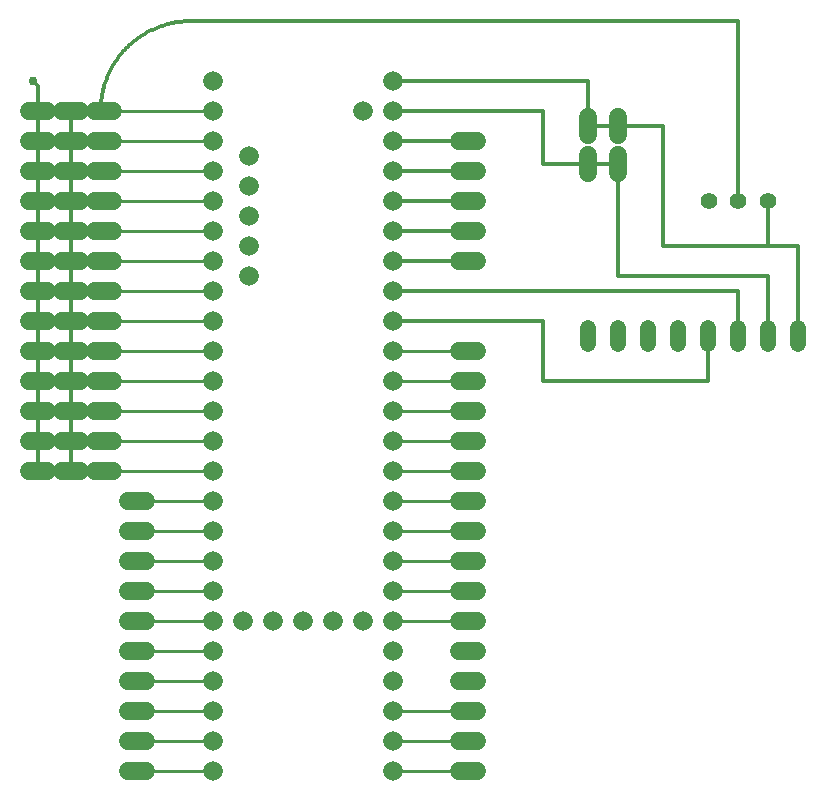
<source format=gbr>
G04 EAGLE Gerber RS-274X export*
G75*
%MOMM*%
%FSLAX34Y34*%
%LPD*%
%INTop Copper*%
%IPPOS*%
%AMOC8*
5,1,8,0,0,1.08239X$1,22.5*%
G01*
%ADD10C,1.665000*%
%ADD11C,1.524000*%
%ADD12C,1.408000*%
%ADD13C,1.320800*%
%ADD14C,0.254000*%
%ADD15C,0.304800*%
%ADD16C,0.756400*%


D10*
X190500Y584200D03*
X190500Y558800D03*
X190500Y533400D03*
X190500Y508000D03*
X190500Y482600D03*
X190500Y457200D03*
X190500Y431800D03*
X190500Y406400D03*
X190500Y381000D03*
X190500Y355600D03*
X190500Y330200D03*
X190500Y304800D03*
X342900Y304800D03*
X342900Y330200D03*
X342900Y355600D03*
X342900Y381000D03*
X342900Y406400D03*
X342900Y431800D03*
X342900Y457200D03*
X342900Y482600D03*
X342900Y508000D03*
X342900Y533400D03*
X342900Y558800D03*
X190500Y254000D03*
X190500Y228600D03*
X190500Y203200D03*
X190500Y177800D03*
X190500Y152400D03*
X190500Y127000D03*
X190500Y101600D03*
X190500Y76200D03*
X190500Y50800D03*
X342900Y50800D03*
X342900Y76200D03*
X342900Y101600D03*
X342900Y127000D03*
X342900Y152400D03*
X342900Y177800D03*
X342900Y203200D03*
X342900Y228600D03*
X342900Y254000D03*
X190500Y279400D03*
X215900Y177800D03*
X241300Y177800D03*
X266700Y177800D03*
X292100Y177800D03*
X317500Y177800D03*
X221000Y469900D03*
X221000Y495300D03*
X221000Y520700D03*
X221000Y546100D03*
X221000Y571500D03*
X342900Y584200D03*
X342900Y635000D03*
X190500Y609600D03*
X317500Y609600D03*
X342900Y279400D03*
X342900Y609600D03*
X190500Y635000D03*
D11*
X105410Y609600D02*
X90170Y609600D01*
X90170Y584200D02*
X105410Y584200D01*
X105410Y558800D02*
X90170Y558800D01*
X90170Y533400D02*
X105410Y533400D01*
X105410Y508000D02*
X90170Y508000D01*
X90170Y482600D02*
X105410Y482600D01*
X105410Y457200D02*
X90170Y457200D01*
X90170Y431800D02*
X105410Y431800D01*
X105410Y406400D02*
X90170Y406400D01*
X90170Y381000D02*
X105410Y381000D01*
X105410Y355600D02*
X90170Y355600D01*
X90170Y330200D02*
X105410Y330200D01*
X105410Y304800D02*
X90170Y304800D01*
X77470Y304800D02*
X62230Y304800D01*
X62230Y330200D02*
X77470Y330200D01*
X77470Y355600D02*
X62230Y355600D01*
X62230Y381000D02*
X77470Y381000D01*
X77470Y406400D02*
X62230Y406400D01*
X62230Y431800D02*
X77470Y431800D01*
X77470Y457200D02*
X62230Y457200D01*
X62230Y482600D02*
X77470Y482600D01*
X77470Y508000D02*
X62230Y508000D01*
X62230Y533400D02*
X77470Y533400D01*
X77470Y558800D02*
X62230Y558800D01*
X62230Y584200D02*
X77470Y584200D01*
X77470Y609600D02*
X62230Y609600D01*
X49530Y304800D02*
X34290Y304800D01*
X34290Y330200D02*
X49530Y330200D01*
X49530Y355600D02*
X34290Y355600D01*
X34290Y381000D02*
X49530Y381000D01*
X49530Y406400D02*
X34290Y406400D01*
X34290Y431800D02*
X49530Y431800D01*
X49530Y457200D02*
X34290Y457200D01*
X34290Y482600D02*
X49530Y482600D01*
X49530Y508000D02*
X34290Y508000D01*
X34290Y533400D02*
X49530Y533400D01*
X49530Y558800D02*
X34290Y558800D01*
X34290Y584200D02*
X49530Y584200D01*
X49530Y609600D02*
X34290Y609600D01*
D12*
X610000Y533400D03*
X635000Y533400D03*
X660000Y533400D03*
D11*
X133350Y279400D02*
X118110Y279400D01*
X118110Y254000D02*
X133350Y254000D01*
X133350Y228600D02*
X118110Y228600D01*
X118110Y203200D02*
X133350Y203200D01*
X133350Y177800D02*
X118110Y177800D01*
X118110Y152400D02*
X133350Y152400D01*
X133350Y127000D02*
X118110Y127000D01*
X118110Y101600D02*
X133350Y101600D01*
X133350Y76200D02*
X118110Y76200D01*
X118110Y50800D02*
X133350Y50800D01*
X398780Y279400D02*
X414020Y279400D01*
X414020Y254000D02*
X398780Y254000D01*
X398780Y228600D02*
X414020Y228600D01*
X414020Y203200D02*
X398780Y203200D01*
X398780Y177800D02*
X414020Y177800D01*
X414020Y152400D02*
X398780Y152400D01*
X398780Y127000D02*
X414020Y127000D01*
X414020Y101600D02*
X398780Y101600D01*
X398780Y76200D02*
X414020Y76200D01*
X414020Y50800D02*
X398780Y50800D01*
D13*
X508000Y412496D02*
X508000Y425704D01*
X533400Y425704D02*
X533400Y412496D01*
X558800Y412496D02*
X558800Y425704D01*
X584200Y425704D02*
X584200Y412496D01*
X609600Y412496D02*
X609600Y425704D01*
X635000Y425704D02*
X635000Y412496D01*
X660400Y412496D02*
X660400Y425704D01*
X685800Y425704D02*
X685800Y412496D01*
D11*
X414020Y406400D02*
X398780Y406400D01*
X398780Y381000D02*
X414020Y381000D01*
X414020Y355600D02*
X398780Y355600D01*
X398780Y330200D02*
X414020Y330200D01*
X414020Y304800D02*
X398780Y304800D01*
X398780Y584200D02*
X414020Y584200D01*
X414020Y558800D02*
X398780Y558800D01*
X398780Y533400D02*
X414020Y533400D01*
X414020Y508000D02*
X398780Y508000D01*
X398780Y482600D02*
X414020Y482600D01*
X508000Y557530D02*
X508000Y572770D01*
X533400Y572770D02*
X533400Y557530D01*
X508000Y589280D02*
X508000Y604520D01*
X533400Y604520D02*
X533400Y589280D01*
D14*
X190500Y584200D02*
X97790Y584200D01*
X97790Y558800D02*
X190500Y558800D01*
X190500Y533400D02*
X97790Y533400D01*
X97790Y508000D02*
X190500Y508000D01*
X190500Y482600D02*
X97790Y482600D01*
X97790Y457200D02*
X190500Y457200D01*
X190500Y431800D02*
X97790Y431800D01*
X97790Y406400D02*
X190500Y406400D01*
X190500Y381000D02*
X97790Y381000D01*
X97790Y355600D02*
X190500Y355600D01*
X190500Y330200D02*
X97790Y330200D01*
X97790Y304800D02*
X190500Y304800D01*
X190500Y609600D02*
X97790Y609600D01*
D15*
X69850Y330200D02*
X69850Y304800D01*
X69850Y330200D02*
X69850Y355600D01*
X69850Y381000D01*
X69850Y406400D01*
X69850Y431800D01*
X69850Y457200D01*
X69850Y482600D01*
X69850Y508000D01*
X69850Y533400D01*
X69850Y558800D01*
X69850Y584200D01*
X69850Y609600D01*
X95250Y609600D01*
X95272Y611441D01*
X95339Y613281D01*
X95450Y615120D01*
X95606Y616954D01*
X95806Y618785D01*
X96050Y620610D01*
X96338Y622429D01*
X96670Y624240D01*
X97045Y626043D01*
X97464Y627836D01*
X97926Y629618D01*
X98432Y631389D01*
X98979Y633147D01*
X99570Y634891D01*
X100202Y636621D01*
X100875Y638335D01*
X101590Y640032D01*
X102346Y641711D01*
X103142Y643371D01*
X103978Y645012D01*
X104854Y646632D01*
X105768Y648230D01*
X106721Y649806D01*
X107711Y651359D01*
X108739Y652887D01*
X109803Y654389D01*
X110903Y655866D01*
X112039Y657315D01*
X113209Y658737D01*
X114413Y660130D01*
X115651Y661493D01*
X116921Y662827D01*
X118223Y664129D01*
X119557Y665399D01*
X120920Y666637D01*
X122313Y667841D01*
X123735Y669011D01*
X125184Y670147D01*
X126661Y671247D01*
X128163Y672311D01*
X129691Y673339D01*
X131244Y674329D01*
X132820Y675282D01*
X134418Y676196D01*
X136038Y677072D01*
X137679Y677908D01*
X139339Y678704D01*
X141018Y679460D01*
X142715Y680175D01*
X144429Y680848D01*
X146159Y681480D01*
X147903Y682071D01*
X149661Y682618D01*
X151432Y683124D01*
X153214Y683586D01*
X155007Y684005D01*
X156810Y684380D01*
X158621Y684712D01*
X160440Y685000D01*
X162265Y685244D01*
X164096Y685444D01*
X165930Y685600D01*
X167769Y685711D01*
X169609Y685778D01*
X171450Y685800D01*
X635000Y685800D02*
X635000Y533400D01*
X635000Y685800D02*
X171450Y685800D01*
X508000Y596900D02*
X533400Y596900D01*
X508000Y596900D02*
X508000Y635000D01*
X342900Y635000D01*
X571500Y596900D02*
X571500Y495300D01*
X660400Y495300D01*
X660400Y533400D01*
X660000Y533400D01*
X571500Y596900D02*
X533400Y596900D01*
X685800Y495300D02*
X685800Y419100D01*
X685800Y495300D02*
X660400Y495300D01*
D14*
X190500Y279400D02*
X125730Y279400D01*
X125730Y254000D02*
X190500Y254000D01*
X190500Y228600D02*
X125730Y228600D01*
X125730Y203200D02*
X190500Y203200D01*
X190500Y177800D02*
X125730Y177800D01*
X125730Y152400D02*
X190500Y152400D01*
X190500Y127000D02*
X125730Y127000D01*
X125730Y101600D02*
X190500Y101600D01*
X190500Y76200D02*
X125730Y76200D01*
X125730Y50800D02*
X190500Y50800D01*
X342900Y254000D02*
X406400Y254000D01*
X406400Y228600D02*
X342900Y228600D01*
X342900Y203200D02*
X406400Y203200D01*
X406400Y177800D02*
X342900Y177800D01*
X342900Y50800D02*
X406400Y50800D01*
X406400Y76200D02*
X342900Y76200D01*
X342900Y101600D02*
X406400Y101600D01*
D15*
X406400Y533400D02*
X342900Y533400D01*
X342900Y508000D02*
X406400Y508000D01*
X406400Y482600D02*
X342900Y482600D01*
D14*
X342900Y406400D02*
X406400Y406400D01*
X406400Y381000D02*
X342900Y381000D01*
X342900Y355600D02*
X406400Y355600D01*
X406400Y330200D02*
X342900Y330200D01*
D15*
X342900Y558800D02*
X406400Y558800D01*
D14*
X406400Y304800D02*
X342900Y304800D01*
D15*
X635000Y419100D02*
X635000Y457200D01*
X342900Y457200D01*
X609600Y419100D02*
X609600Y381000D01*
X469900Y381000D01*
X469900Y431800D01*
X342900Y431800D01*
X342900Y584200D02*
X406400Y584200D01*
D14*
X406400Y279400D02*
X342900Y279400D01*
D15*
X469900Y565150D02*
X508000Y565150D01*
X469900Y565150D02*
X469900Y609600D01*
X342900Y609600D01*
X508000Y565150D02*
X533400Y565150D01*
X533400Y469900D01*
X660400Y469900D01*
X660400Y419100D01*
X41910Y330200D02*
X41910Y304800D01*
X41910Y330200D02*
X41910Y355600D01*
X41910Y381000D01*
X41910Y406400D01*
X41910Y431800D01*
X41910Y457200D01*
X41910Y482600D01*
X41910Y508000D01*
X41910Y533400D01*
X41910Y558800D01*
X41910Y584200D01*
X41910Y609600D01*
X41910Y631190D01*
X38100Y635000D01*
D16*
X38100Y635000D03*
M02*

</source>
